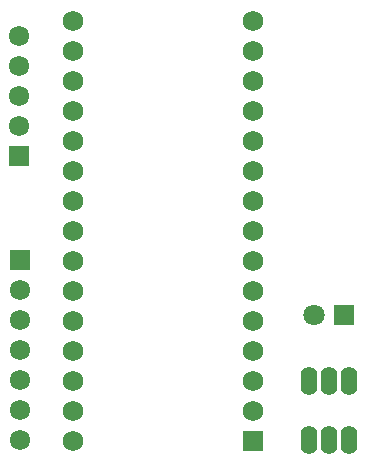
<source format=gbs>
G04*
G04 #@! TF.GenerationSoftware,Altium Limited,Altium Designer,21.3.2 (30)*
G04*
G04 Layer_Color=16711935*
%FSTAX24Y24*%
%MOIN*%
G70*
G04*
G04 #@! TF.SameCoordinates,E1B680ED-D902-4D1E-8AC8-1ED81694537C*
G04*
G04*
G04 #@! TF.FilePolarity,Negative*
G04*
G01*
G75*
%ADD15R,0.0678X0.0678*%
%ADD16C,0.0678*%
%ADD17C,0.0680*%
%ADD18R,0.0680X0.0680*%
%ADD19O,0.0552X0.0946*%
%ADD20R,0.0710X0.0710*%
%ADD21C,0.0710*%
D15*
X02995Y0275D02*
D03*
X03Y02405D02*
D03*
D16*
X02995Y0285D02*
D03*
Y0295D02*
D03*
Y0305D02*
D03*
Y0315D02*
D03*
X03Y01805D02*
D03*
Y01905D02*
D03*
Y02005D02*
D03*
Y02105D02*
D03*
Y02305D02*
D03*
Y02205D02*
D03*
D17*
X03175Y032D02*
D03*
Y031D02*
D03*
Y029D02*
D03*
Y028D02*
D03*
Y03D02*
D03*
Y027D02*
D03*
Y026D02*
D03*
Y025D02*
D03*
Y024D02*
D03*
Y023D02*
D03*
Y022D02*
D03*
Y021D02*
D03*
Y02D02*
D03*
Y019D02*
D03*
X03775Y032D02*
D03*
Y031D02*
D03*
X03175Y018D02*
D03*
X03775Y019D02*
D03*
Y02D02*
D03*
Y021D02*
D03*
Y022D02*
D03*
Y023D02*
D03*
Y024D02*
D03*
Y025D02*
D03*
Y026D02*
D03*
Y027D02*
D03*
Y028D02*
D03*
Y029D02*
D03*
Y03D02*
D03*
D18*
Y018D02*
D03*
D19*
X04095Y020018D02*
D03*
X040281D02*
D03*
X039611D02*
D03*
Y01805D02*
D03*
X040281D02*
D03*
X04095D02*
D03*
D20*
X0408Y0222D02*
D03*
D21*
X0398D02*
D03*
M02*

</source>
